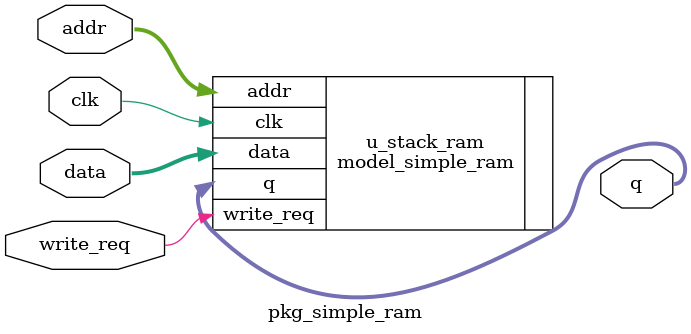
<source format=v>
module pkg_simple_ram #(
	parameter RAM_WIDTH = 8,
	parameter RAM_DEPTH_LOG = 8
)(
	input clk,    // Clock

	input write_req,
	input [RAM_DEPTH_LOG - 1:0]addr,
	input [RAM_WIDTH - 1:0]data,
	output [RAM_WIDTH - 1:0]q
);

model_simple_ram #(
	.RAM_WIDTH(RAM_WIDTH),
	.RAM_DEPTH_LOG(RAM_DEPTH_LOG)
) u_stack_ram (
	.clk(clk),    // Clock

	.write_req(write_req),
	.addr(addr),
	.data(data),
	.q(q)
);

endmodule

</source>
